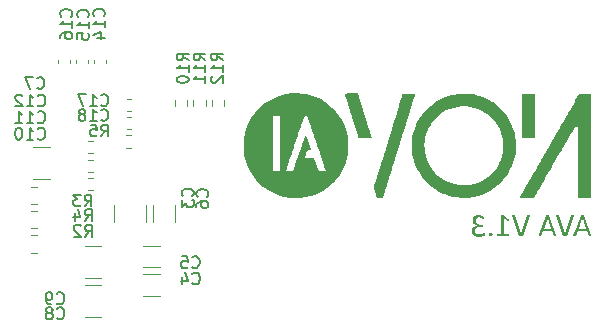
<source format=gbo>
G04 #@! TF.GenerationSoftware,KiCad,Pcbnew,9.0.0*
G04 #@! TF.CreationDate,2025-02-24T19:41:21+01:00*
G04 #@! TF.ProjectId,SourceFIle,536f7572-6365-4464-996c-652e6b696361,02*
G04 #@! TF.SameCoordinates,Original*
G04 #@! TF.FileFunction,Legend,Bot*
G04 #@! TF.FilePolarity,Positive*
%FSLAX46Y46*%
G04 Gerber Fmt 4.6, Leading zero omitted, Abs format (unit mm)*
G04 Created by KiCad (PCBNEW 9.0.0) date 2025-02-24 19:41:21*
%MOMM*%
%LPD*%
G01*
G04 APERTURE LIST*
%ADD10C,0.150000*%
%ADD11C,0.120000*%
%ADD12C,0.000000*%
G04 APERTURE END LIST*
D10*
G36*
X176658967Y-91150446D02*
G01*
X176702930Y-91158262D01*
X176728820Y-91173405D01*
X176743475Y-91198806D01*
X177339427Y-92837676D01*
X177351639Y-92886036D01*
X177341870Y-92913879D01*
X177305722Y-92926580D01*
X177240753Y-92930000D01*
X177178227Y-92927557D01*
X177141102Y-92918764D01*
X177121074Y-92903621D01*
X177110327Y-92882616D01*
X176964270Y-92461053D01*
X176225191Y-92461053D01*
X176072784Y-92887990D01*
X176061549Y-92908506D01*
X176042009Y-92921207D01*
X176003419Y-92928046D01*
X175935519Y-92930000D01*
X175867620Y-92927557D01*
X175831472Y-92915345D01*
X175820725Y-92887501D01*
X175832449Y-92839141D01*
X176038253Y-92273475D01*
X176287229Y-92273475D01*
X176905163Y-92273475D01*
X176598883Y-91398108D01*
X176597418Y-91398108D01*
X176287229Y-92273475D01*
X176038253Y-92273475D01*
X176428890Y-91199783D01*
X176444033Y-91173893D01*
X176471388Y-91158262D01*
X176517794Y-91150446D01*
X176590579Y-91148004D01*
X176658967Y-91150446D01*
G37*
G36*
X174946336Y-92880662D02*
G01*
X174961967Y-92905575D01*
X174988346Y-92920718D01*
X175032309Y-92928046D01*
X175098743Y-92930000D01*
X175151988Y-92929511D01*
X175191067Y-92926092D01*
X175219399Y-92919741D01*
X175238939Y-92910949D01*
X175252128Y-92898248D01*
X175260921Y-92879685D01*
X175842219Y-91239351D01*
X175853942Y-91190990D01*
X175842219Y-91163147D01*
X175802651Y-91150935D01*
X175728401Y-91148004D01*
X175667341Y-91149958D01*
X175632170Y-91157773D01*
X175613607Y-91171939D01*
X175601884Y-91194410D01*
X175091905Y-92680383D01*
X175090928Y-92680383D01*
X174594626Y-91197341D01*
X174585345Y-91172916D01*
X174565806Y-91157773D01*
X174527704Y-91149958D01*
X174461270Y-91148004D01*
X174394347Y-91151423D01*
X174360642Y-91164612D01*
X174353803Y-91192456D01*
X174366503Y-91240816D01*
X174946336Y-92880662D01*
G37*
G36*
X173704605Y-91150446D02*
G01*
X173748569Y-91158262D01*
X173774459Y-91173405D01*
X173789113Y-91198806D01*
X174385066Y-92837676D01*
X174397278Y-92886036D01*
X174387508Y-92913879D01*
X174351360Y-92926580D01*
X174286392Y-92930000D01*
X174223866Y-92927557D01*
X174186741Y-92918764D01*
X174166713Y-92903621D01*
X174155966Y-92882616D01*
X174009909Y-92461053D01*
X173270830Y-92461053D01*
X173118422Y-92887990D01*
X173107187Y-92908506D01*
X173087648Y-92921207D01*
X173049057Y-92928046D01*
X172981158Y-92930000D01*
X172913258Y-92927557D01*
X172877110Y-92915345D01*
X172866364Y-92887501D01*
X172878087Y-92839141D01*
X173083891Y-92273475D01*
X173332868Y-92273475D01*
X173950802Y-92273475D01*
X173644521Y-91398108D01*
X173643056Y-91398108D01*
X173332868Y-92273475D01*
X173083891Y-92273475D01*
X173474528Y-91199783D01*
X173489672Y-91173893D01*
X173517027Y-91158262D01*
X173563433Y-91150446D01*
X173636217Y-91148004D01*
X173704605Y-91150446D01*
G37*
G36*
X171237752Y-92880662D02*
G01*
X171253384Y-92905575D01*
X171279762Y-92920718D01*
X171323726Y-92928046D01*
X171390160Y-92930000D01*
X171443405Y-92929511D01*
X171482484Y-92926092D01*
X171510816Y-92919741D01*
X171530355Y-92910949D01*
X171543545Y-92898248D01*
X171552337Y-92879685D01*
X172133635Y-91239351D01*
X172145359Y-91190990D01*
X172133635Y-91163147D01*
X172094068Y-91150935D01*
X172019818Y-91148004D01*
X171958757Y-91149958D01*
X171923586Y-91157773D01*
X171905024Y-91171939D01*
X171893300Y-91194410D01*
X171383321Y-92680383D01*
X171382344Y-92680383D01*
X170886043Y-91197341D01*
X170876762Y-91172916D01*
X170857222Y-91157773D01*
X170819120Y-91149958D01*
X170752686Y-91148004D01*
X170685764Y-91151423D01*
X170652058Y-91164612D01*
X170645219Y-91192456D01*
X170657920Y-91240816D01*
X171237752Y-92880662D01*
G37*
G36*
X169330704Y-92833768D02*
G01*
X169335101Y-92879197D01*
X169345847Y-92908995D01*
X169361479Y-92925115D01*
X169380041Y-92930000D01*
X170308653Y-92930000D01*
X170326727Y-92925115D01*
X170342847Y-92908995D01*
X170354570Y-92879197D01*
X170358478Y-92833768D01*
X170354570Y-92789804D01*
X170343824Y-92759518D01*
X170328681Y-92740956D01*
X170308653Y-92734605D01*
X169937892Y-92734605D01*
X169937892Y-91398108D01*
X170281297Y-91616950D01*
X170323307Y-91634047D01*
X170348709Y-91627697D01*
X170361898Y-91597411D01*
X170365317Y-91543189D01*
X170363363Y-91501667D01*
X170357013Y-91473335D01*
X170345289Y-91453796D01*
X170325261Y-91436699D01*
X169915910Y-91165101D01*
X169902233Y-91158262D01*
X169881716Y-91152400D01*
X169852896Y-91148981D01*
X169811374Y-91148004D01*
X169756664Y-91150935D01*
X169722470Y-91158262D01*
X169705861Y-91170474D01*
X169701465Y-91186106D01*
X169701465Y-92734605D01*
X169380041Y-92734605D01*
X169359525Y-92740956D01*
X169343893Y-92759518D01*
X169334124Y-92789804D01*
X169330704Y-92833768D01*
G37*
G36*
X168682972Y-92771730D02*
G01*
X168696857Y-92869403D01*
X168715212Y-92898736D01*
X168812024Y-92929511D01*
X168832449Y-92930000D01*
X168930432Y-92911216D01*
X168946755Y-92899225D01*
X168977254Y-92803127D01*
X168978018Y-92775638D01*
X168964133Y-92678175D01*
X168945778Y-92649120D01*
X168848966Y-92617865D01*
X168828541Y-92617369D01*
X168730856Y-92636152D01*
X168714724Y-92648143D01*
X168683747Y-92744241D01*
X168682972Y-92771730D01*
G37*
G36*
X167224354Y-92426371D02*
G01*
X167232582Y-92528739D01*
X167259659Y-92628459D01*
X167267341Y-92647166D01*
X167315340Y-92733097D01*
X167379654Y-92806792D01*
X167389462Y-92815694D01*
X167472266Y-92874205D01*
X167564269Y-92916226D01*
X167585833Y-92923649D01*
X167685690Y-92948002D01*
X167786737Y-92959463D01*
X167849616Y-92961263D01*
X167951637Y-92955924D01*
X168016678Y-92946120D01*
X168115392Y-92923199D01*
X168154919Y-92910949D01*
X168247372Y-92872559D01*
X168255059Y-92868450D01*
X168304884Y-92836699D01*
X168321004Y-92817159D01*
X168330774Y-92792735D01*
X168336636Y-92758053D01*
X168338590Y-92707739D01*
X168329309Y-92637397D01*
X168301465Y-92617369D01*
X168253105Y-92640816D01*
X168166809Y-92688214D01*
X168159804Y-92691618D01*
X168067805Y-92728923D01*
X168026448Y-92742421D01*
X167929520Y-92761999D01*
X167856454Y-92765868D01*
X167756482Y-92757602D01*
X167697208Y-92742421D01*
X167606533Y-92696534D01*
X167581926Y-92676475D01*
X167521201Y-92597096D01*
X167511584Y-92575847D01*
X167489258Y-92477995D01*
X167488136Y-92448353D01*
X167502220Y-92351632D01*
X167517934Y-92312554D01*
X167577560Y-92231038D01*
X167604396Y-92208018D01*
X167690559Y-92159151D01*
X167744591Y-92140607D01*
X167845278Y-92121647D01*
X167933635Y-92117159D01*
X168102651Y-92117159D01*
X168123656Y-92112274D01*
X168141730Y-92096643D01*
X168153942Y-92067822D01*
X168158827Y-92020439D01*
X168154919Y-91977452D01*
X168143196Y-91949609D01*
X168126099Y-91934466D01*
X168103628Y-91929581D01*
X167948778Y-91929581D01*
X167847600Y-91921142D01*
X167786113Y-91905645D01*
X167697096Y-91862805D01*
X167663503Y-91836769D01*
X167601495Y-91759740D01*
X167586810Y-91729790D01*
X167562069Y-91632338D01*
X167559944Y-91590083D01*
X167574788Y-91492276D01*
X167578018Y-91482616D01*
X167629052Y-91396076D01*
X167631263Y-91393712D01*
X167712344Y-91338293D01*
X167722609Y-91334117D01*
X167820056Y-91313187D01*
X167851081Y-91312135D01*
X167950117Y-91322443D01*
X167997627Y-91336071D01*
X168089310Y-91373165D01*
X168116329Y-91386385D01*
X168202791Y-91437187D01*
X168250662Y-91460635D01*
X168268248Y-91457215D01*
X168280460Y-91443538D01*
X168287299Y-91415205D01*
X168289253Y-91366357D01*
X168287787Y-91330209D01*
X168282414Y-91303342D01*
X168273133Y-91281849D01*
X168254570Y-91259378D01*
X168201325Y-91221765D01*
X168113880Y-91177897D01*
X168103140Y-91173405D01*
X168009791Y-91143035D01*
X167968318Y-91133349D01*
X167868483Y-91119076D01*
X167804187Y-91116741D01*
X167701845Y-91122912D01*
X167605059Y-91143219D01*
X167587299Y-91148981D01*
X167496852Y-91190299D01*
X167431472Y-91239351D01*
X167368416Y-91317054D01*
X167338171Y-91379546D01*
X167312892Y-91476884D01*
X167306908Y-91560286D01*
X167315495Y-91662371D01*
X167328890Y-91719043D01*
X167368812Y-91811503D01*
X167393370Y-91848492D01*
X167464555Y-91921367D01*
X167497906Y-91945212D01*
X167587535Y-91986626D01*
X167641032Y-91999923D01*
X167641032Y-92002854D01*
X167542269Y-92021950D01*
X167472505Y-92048771D01*
X167385646Y-92101818D01*
X167341591Y-92140607D01*
X167279661Y-92220619D01*
X167255617Y-92269078D01*
X167228750Y-92364867D01*
X167224354Y-92426371D01*
G37*
X135832857Y-83049580D02*
X135880476Y-83097200D01*
X135880476Y-83097200D02*
X136023333Y-83144819D01*
X136023333Y-83144819D02*
X136118571Y-83144819D01*
X136118571Y-83144819D02*
X136261428Y-83097200D01*
X136261428Y-83097200D02*
X136356666Y-83001961D01*
X136356666Y-83001961D02*
X136404285Y-82906723D01*
X136404285Y-82906723D02*
X136451904Y-82716247D01*
X136451904Y-82716247D02*
X136451904Y-82573390D01*
X136451904Y-82573390D02*
X136404285Y-82382914D01*
X136404285Y-82382914D02*
X136356666Y-82287676D01*
X136356666Y-82287676D02*
X136261428Y-82192438D01*
X136261428Y-82192438D02*
X136118571Y-82144819D01*
X136118571Y-82144819D02*
X136023333Y-82144819D01*
X136023333Y-82144819D02*
X135880476Y-82192438D01*
X135880476Y-82192438D02*
X135832857Y-82240057D01*
X134880476Y-83144819D02*
X135451904Y-83144819D01*
X135166190Y-83144819D02*
X135166190Y-82144819D01*
X135166190Y-82144819D02*
X135261428Y-82287676D01*
X135261428Y-82287676D02*
X135356666Y-82382914D01*
X135356666Y-82382914D02*
X135451904Y-82430533D01*
X134309047Y-82573390D02*
X134404285Y-82525771D01*
X134404285Y-82525771D02*
X134451904Y-82478152D01*
X134451904Y-82478152D02*
X134499523Y-82382914D01*
X134499523Y-82382914D02*
X134499523Y-82335295D01*
X134499523Y-82335295D02*
X134451904Y-82240057D01*
X134451904Y-82240057D02*
X134404285Y-82192438D01*
X134404285Y-82192438D02*
X134309047Y-82144819D01*
X134309047Y-82144819D02*
X134118571Y-82144819D01*
X134118571Y-82144819D02*
X134023333Y-82192438D01*
X134023333Y-82192438D02*
X133975714Y-82240057D01*
X133975714Y-82240057D02*
X133928095Y-82335295D01*
X133928095Y-82335295D02*
X133928095Y-82382914D01*
X133928095Y-82382914D02*
X133975714Y-82478152D01*
X133975714Y-82478152D02*
X134023333Y-82525771D01*
X134023333Y-82525771D02*
X134118571Y-82573390D01*
X134118571Y-82573390D02*
X134309047Y-82573390D01*
X134309047Y-82573390D02*
X134404285Y-82621009D01*
X134404285Y-82621009D02*
X134451904Y-82668628D01*
X134451904Y-82668628D02*
X134499523Y-82763866D01*
X134499523Y-82763866D02*
X134499523Y-82954342D01*
X134499523Y-82954342D02*
X134451904Y-83049580D01*
X134451904Y-83049580D02*
X134404285Y-83097200D01*
X134404285Y-83097200D02*
X134309047Y-83144819D01*
X134309047Y-83144819D02*
X134118571Y-83144819D01*
X134118571Y-83144819D02*
X134023333Y-83097200D01*
X134023333Y-83097200D02*
X133975714Y-83049580D01*
X133975714Y-83049580D02*
X133928095Y-82954342D01*
X133928095Y-82954342D02*
X133928095Y-82763866D01*
X133928095Y-82763866D02*
X133975714Y-82668628D01*
X133975714Y-82668628D02*
X134023333Y-82621009D01*
X134023333Y-82621009D02*
X134118571Y-82573390D01*
X130482857Y-81829580D02*
X130530476Y-81877200D01*
X130530476Y-81877200D02*
X130673333Y-81924819D01*
X130673333Y-81924819D02*
X130768571Y-81924819D01*
X130768571Y-81924819D02*
X130911428Y-81877200D01*
X130911428Y-81877200D02*
X131006666Y-81781961D01*
X131006666Y-81781961D02*
X131054285Y-81686723D01*
X131054285Y-81686723D02*
X131101904Y-81496247D01*
X131101904Y-81496247D02*
X131101904Y-81353390D01*
X131101904Y-81353390D02*
X131054285Y-81162914D01*
X131054285Y-81162914D02*
X131006666Y-81067676D01*
X131006666Y-81067676D02*
X130911428Y-80972438D01*
X130911428Y-80972438D02*
X130768571Y-80924819D01*
X130768571Y-80924819D02*
X130673333Y-80924819D01*
X130673333Y-80924819D02*
X130530476Y-80972438D01*
X130530476Y-80972438D02*
X130482857Y-81020057D01*
X129530476Y-81924819D02*
X130101904Y-81924819D01*
X129816190Y-81924819D02*
X129816190Y-80924819D01*
X129816190Y-80924819D02*
X129911428Y-81067676D01*
X129911428Y-81067676D02*
X130006666Y-81162914D01*
X130006666Y-81162914D02*
X130101904Y-81210533D01*
X129149523Y-81020057D02*
X129101904Y-80972438D01*
X129101904Y-80972438D02*
X129006666Y-80924819D01*
X129006666Y-80924819D02*
X128768571Y-80924819D01*
X128768571Y-80924819D02*
X128673333Y-80972438D01*
X128673333Y-80972438D02*
X128625714Y-81020057D01*
X128625714Y-81020057D02*
X128578095Y-81115295D01*
X128578095Y-81115295D02*
X128578095Y-81210533D01*
X128578095Y-81210533D02*
X128625714Y-81353390D01*
X128625714Y-81353390D02*
X129197142Y-81924819D01*
X129197142Y-81924819D02*
X128578095Y-81924819D01*
X130426666Y-80359580D02*
X130474285Y-80407200D01*
X130474285Y-80407200D02*
X130617142Y-80454819D01*
X130617142Y-80454819D02*
X130712380Y-80454819D01*
X130712380Y-80454819D02*
X130855237Y-80407200D01*
X130855237Y-80407200D02*
X130950475Y-80311961D01*
X130950475Y-80311961D02*
X130998094Y-80216723D01*
X130998094Y-80216723D02*
X131045713Y-80026247D01*
X131045713Y-80026247D02*
X131045713Y-79883390D01*
X131045713Y-79883390D02*
X130998094Y-79692914D01*
X130998094Y-79692914D02*
X130950475Y-79597676D01*
X130950475Y-79597676D02*
X130855237Y-79502438D01*
X130855237Y-79502438D02*
X130712380Y-79454819D01*
X130712380Y-79454819D02*
X130617142Y-79454819D01*
X130617142Y-79454819D02*
X130474285Y-79502438D01*
X130474285Y-79502438D02*
X130426666Y-79550057D01*
X130093332Y-79454819D02*
X129426666Y-79454819D01*
X129426666Y-79454819D02*
X129855237Y-80454819D01*
X134707530Y-74372142D02*
X134755150Y-74324523D01*
X134755150Y-74324523D02*
X134802769Y-74181666D01*
X134802769Y-74181666D02*
X134802769Y-74086428D01*
X134802769Y-74086428D02*
X134755150Y-73943571D01*
X134755150Y-73943571D02*
X134659911Y-73848333D01*
X134659911Y-73848333D02*
X134564673Y-73800714D01*
X134564673Y-73800714D02*
X134374197Y-73753095D01*
X134374197Y-73753095D02*
X134231340Y-73753095D01*
X134231340Y-73753095D02*
X134040864Y-73800714D01*
X134040864Y-73800714D02*
X133945626Y-73848333D01*
X133945626Y-73848333D02*
X133850388Y-73943571D01*
X133850388Y-73943571D02*
X133802769Y-74086428D01*
X133802769Y-74086428D02*
X133802769Y-74181666D01*
X133802769Y-74181666D02*
X133850388Y-74324523D01*
X133850388Y-74324523D02*
X133898007Y-74372142D01*
X134802769Y-75324523D02*
X134802769Y-74753095D01*
X134802769Y-75038809D02*
X133802769Y-75038809D01*
X133802769Y-75038809D02*
X133945626Y-74943571D01*
X133945626Y-74943571D02*
X134040864Y-74848333D01*
X134040864Y-74848333D02*
X134088483Y-74753095D01*
X133802769Y-76229285D02*
X133802769Y-75753095D01*
X133802769Y-75753095D02*
X134278959Y-75705476D01*
X134278959Y-75705476D02*
X134231340Y-75753095D01*
X134231340Y-75753095D02*
X134183721Y-75848333D01*
X134183721Y-75848333D02*
X134183721Y-76086428D01*
X134183721Y-76086428D02*
X134231340Y-76181666D01*
X134231340Y-76181666D02*
X134278959Y-76229285D01*
X134278959Y-76229285D02*
X134374197Y-76276904D01*
X134374197Y-76276904D02*
X134612292Y-76276904D01*
X134612292Y-76276904D02*
X134707530Y-76229285D01*
X134707530Y-76229285D02*
X134755150Y-76181666D01*
X134755150Y-76181666D02*
X134802769Y-76086428D01*
X134802769Y-76086428D02*
X134802769Y-75848333D01*
X134802769Y-75848333D02*
X134755150Y-75753095D01*
X134755150Y-75753095D02*
X134707530Y-75705476D01*
X144819580Y-89573333D02*
X144867200Y-89525714D01*
X144867200Y-89525714D02*
X144914819Y-89382857D01*
X144914819Y-89382857D02*
X144914819Y-89287619D01*
X144914819Y-89287619D02*
X144867200Y-89144762D01*
X144867200Y-89144762D02*
X144771961Y-89049524D01*
X144771961Y-89049524D02*
X144676723Y-89001905D01*
X144676723Y-89001905D02*
X144486247Y-88954286D01*
X144486247Y-88954286D02*
X144343390Y-88954286D01*
X144343390Y-88954286D02*
X144152914Y-89001905D01*
X144152914Y-89001905D02*
X144057676Y-89049524D01*
X144057676Y-89049524D02*
X143962438Y-89144762D01*
X143962438Y-89144762D02*
X143914819Y-89287619D01*
X143914819Y-89287619D02*
X143914819Y-89382857D01*
X143914819Y-89382857D02*
X143962438Y-89525714D01*
X143962438Y-89525714D02*
X144010057Y-89573333D01*
X143914819Y-90430476D02*
X143914819Y-90240000D01*
X143914819Y-90240000D02*
X143962438Y-90144762D01*
X143962438Y-90144762D02*
X144010057Y-90097143D01*
X144010057Y-90097143D02*
X144152914Y-90001905D01*
X144152914Y-90001905D02*
X144343390Y-89954286D01*
X144343390Y-89954286D02*
X144724342Y-89954286D01*
X144724342Y-89954286D02*
X144819580Y-90001905D01*
X144819580Y-90001905D02*
X144867200Y-90049524D01*
X144867200Y-90049524D02*
X144914819Y-90144762D01*
X144914819Y-90144762D02*
X144914819Y-90335238D01*
X144914819Y-90335238D02*
X144867200Y-90430476D01*
X144867200Y-90430476D02*
X144819580Y-90478095D01*
X144819580Y-90478095D02*
X144724342Y-90525714D01*
X144724342Y-90525714D02*
X144486247Y-90525714D01*
X144486247Y-90525714D02*
X144391009Y-90478095D01*
X144391009Y-90478095D02*
X144343390Y-90430476D01*
X144343390Y-90430476D02*
X144295771Y-90335238D01*
X144295771Y-90335238D02*
X144295771Y-90144762D01*
X144295771Y-90144762D02*
X144343390Y-90049524D01*
X144343390Y-90049524D02*
X144391009Y-90001905D01*
X144391009Y-90001905D02*
X144486247Y-89954286D01*
X132096666Y-98589580D02*
X132144285Y-98637200D01*
X132144285Y-98637200D02*
X132287142Y-98684819D01*
X132287142Y-98684819D02*
X132382380Y-98684819D01*
X132382380Y-98684819D02*
X132525237Y-98637200D01*
X132525237Y-98637200D02*
X132620475Y-98541961D01*
X132620475Y-98541961D02*
X132668094Y-98446723D01*
X132668094Y-98446723D02*
X132715713Y-98256247D01*
X132715713Y-98256247D02*
X132715713Y-98113390D01*
X132715713Y-98113390D02*
X132668094Y-97922914D01*
X132668094Y-97922914D02*
X132620475Y-97827676D01*
X132620475Y-97827676D02*
X132525237Y-97732438D01*
X132525237Y-97732438D02*
X132382380Y-97684819D01*
X132382380Y-97684819D02*
X132287142Y-97684819D01*
X132287142Y-97684819D02*
X132144285Y-97732438D01*
X132144285Y-97732438D02*
X132096666Y-97780057D01*
X131620475Y-98684819D02*
X131429999Y-98684819D01*
X131429999Y-98684819D02*
X131334761Y-98637200D01*
X131334761Y-98637200D02*
X131287142Y-98589580D01*
X131287142Y-98589580D02*
X131191904Y-98446723D01*
X131191904Y-98446723D02*
X131144285Y-98256247D01*
X131144285Y-98256247D02*
X131144285Y-97875295D01*
X131144285Y-97875295D02*
X131191904Y-97780057D01*
X131191904Y-97780057D02*
X131239523Y-97732438D01*
X131239523Y-97732438D02*
X131334761Y-97684819D01*
X131334761Y-97684819D02*
X131525237Y-97684819D01*
X131525237Y-97684819D02*
X131620475Y-97732438D01*
X131620475Y-97732438D02*
X131668094Y-97780057D01*
X131668094Y-97780057D02*
X131715713Y-97875295D01*
X131715713Y-97875295D02*
X131715713Y-98113390D01*
X131715713Y-98113390D02*
X131668094Y-98208628D01*
X131668094Y-98208628D02*
X131620475Y-98256247D01*
X131620475Y-98256247D02*
X131525237Y-98303866D01*
X131525237Y-98303866D02*
X131334761Y-98303866D01*
X131334761Y-98303866D02*
X131239523Y-98256247D01*
X131239523Y-98256247D02*
X131191904Y-98208628D01*
X131191904Y-98208628D02*
X131144285Y-98113390D01*
X130482857Y-83249580D02*
X130530476Y-83297200D01*
X130530476Y-83297200D02*
X130673333Y-83344819D01*
X130673333Y-83344819D02*
X130768571Y-83344819D01*
X130768571Y-83344819D02*
X130911428Y-83297200D01*
X130911428Y-83297200D02*
X131006666Y-83201961D01*
X131006666Y-83201961D02*
X131054285Y-83106723D01*
X131054285Y-83106723D02*
X131101904Y-82916247D01*
X131101904Y-82916247D02*
X131101904Y-82773390D01*
X131101904Y-82773390D02*
X131054285Y-82582914D01*
X131054285Y-82582914D02*
X131006666Y-82487676D01*
X131006666Y-82487676D02*
X130911428Y-82392438D01*
X130911428Y-82392438D02*
X130768571Y-82344819D01*
X130768571Y-82344819D02*
X130673333Y-82344819D01*
X130673333Y-82344819D02*
X130530476Y-82392438D01*
X130530476Y-82392438D02*
X130482857Y-82440057D01*
X129530476Y-83344819D02*
X130101904Y-83344819D01*
X129816190Y-83344819D02*
X129816190Y-82344819D01*
X129816190Y-82344819D02*
X129911428Y-82487676D01*
X129911428Y-82487676D02*
X130006666Y-82582914D01*
X130006666Y-82582914D02*
X130101904Y-82630533D01*
X128578095Y-83344819D02*
X129149523Y-83344819D01*
X128863809Y-83344819D02*
X128863809Y-82344819D01*
X128863809Y-82344819D02*
X128959047Y-82487676D01*
X128959047Y-82487676D02*
X129054285Y-82582914D01*
X129054285Y-82582914D02*
X129149523Y-82630533D01*
X130482857Y-84639580D02*
X130530476Y-84687200D01*
X130530476Y-84687200D02*
X130673333Y-84734819D01*
X130673333Y-84734819D02*
X130768571Y-84734819D01*
X130768571Y-84734819D02*
X130911428Y-84687200D01*
X130911428Y-84687200D02*
X131006666Y-84591961D01*
X131006666Y-84591961D02*
X131054285Y-84496723D01*
X131054285Y-84496723D02*
X131101904Y-84306247D01*
X131101904Y-84306247D02*
X131101904Y-84163390D01*
X131101904Y-84163390D02*
X131054285Y-83972914D01*
X131054285Y-83972914D02*
X131006666Y-83877676D01*
X131006666Y-83877676D02*
X130911428Y-83782438D01*
X130911428Y-83782438D02*
X130768571Y-83734819D01*
X130768571Y-83734819D02*
X130673333Y-83734819D01*
X130673333Y-83734819D02*
X130530476Y-83782438D01*
X130530476Y-83782438D02*
X130482857Y-83830057D01*
X129530476Y-84734819D02*
X130101904Y-84734819D01*
X129816190Y-84734819D02*
X129816190Y-83734819D01*
X129816190Y-83734819D02*
X129911428Y-83877676D01*
X129911428Y-83877676D02*
X130006666Y-83972914D01*
X130006666Y-83972914D02*
X130101904Y-84020533D01*
X128911428Y-83734819D02*
X128816190Y-83734819D01*
X128816190Y-83734819D02*
X128720952Y-83782438D01*
X128720952Y-83782438D02*
X128673333Y-83830057D01*
X128673333Y-83830057D02*
X128625714Y-83925295D01*
X128625714Y-83925295D02*
X128578095Y-84115771D01*
X128578095Y-84115771D02*
X128578095Y-84353866D01*
X128578095Y-84353866D02*
X128625714Y-84544342D01*
X128625714Y-84544342D02*
X128673333Y-84639580D01*
X128673333Y-84639580D02*
X128720952Y-84687200D01*
X128720952Y-84687200D02*
X128816190Y-84734819D01*
X128816190Y-84734819D02*
X128911428Y-84734819D01*
X128911428Y-84734819D02*
X129006666Y-84687200D01*
X129006666Y-84687200D02*
X129054285Y-84639580D01*
X129054285Y-84639580D02*
X129101904Y-84544342D01*
X129101904Y-84544342D02*
X129149523Y-84353866D01*
X129149523Y-84353866D02*
X129149523Y-84115771D01*
X129149523Y-84115771D02*
X129101904Y-83925295D01*
X129101904Y-83925295D02*
X129054285Y-83830057D01*
X129054285Y-83830057D02*
X129006666Y-83782438D01*
X129006666Y-83782438D02*
X128911428Y-83734819D01*
X135832857Y-81809580D02*
X135880476Y-81857200D01*
X135880476Y-81857200D02*
X136023333Y-81904819D01*
X136023333Y-81904819D02*
X136118571Y-81904819D01*
X136118571Y-81904819D02*
X136261428Y-81857200D01*
X136261428Y-81857200D02*
X136356666Y-81761961D01*
X136356666Y-81761961D02*
X136404285Y-81666723D01*
X136404285Y-81666723D02*
X136451904Y-81476247D01*
X136451904Y-81476247D02*
X136451904Y-81333390D01*
X136451904Y-81333390D02*
X136404285Y-81142914D01*
X136404285Y-81142914D02*
X136356666Y-81047676D01*
X136356666Y-81047676D02*
X136261428Y-80952438D01*
X136261428Y-80952438D02*
X136118571Y-80904819D01*
X136118571Y-80904819D02*
X136023333Y-80904819D01*
X136023333Y-80904819D02*
X135880476Y-80952438D01*
X135880476Y-80952438D02*
X135832857Y-81000057D01*
X134880476Y-81904819D02*
X135451904Y-81904819D01*
X135166190Y-81904819D02*
X135166190Y-80904819D01*
X135166190Y-80904819D02*
X135261428Y-81047676D01*
X135261428Y-81047676D02*
X135356666Y-81142914D01*
X135356666Y-81142914D02*
X135451904Y-81190533D01*
X134547142Y-80904819D02*
X133880476Y-80904819D01*
X133880476Y-80904819D02*
X134309047Y-81904819D01*
X143576666Y-96909580D02*
X143624285Y-96957200D01*
X143624285Y-96957200D02*
X143767142Y-97004819D01*
X143767142Y-97004819D02*
X143862380Y-97004819D01*
X143862380Y-97004819D02*
X144005237Y-96957200D01*
X144005237Y-96957200D02*
X144100475Y-96861961D01*
X144100475Y-96861961D02*
X144148094Y-96766723D01*
X144148094Y-96766723D02*
X144195713Y-96576247D01*
X144195713Y-96576247D02*
X144195713Y-96433390D01*
X144195713Y-96433390D02*
X144148094Y-96242914D01*
X144148094Y-96242914D02*
X144100475Y-96147676D01*
X144100475Y-96147676D02*
X144005237Y-96052438D01*
X144005237Y-96052438D02*
X143862380Y-96004819D01*
X143862380Y-96004819D02*
X143767142Y-96004819D01*
X143767142Y-96004819D02*
X143624285Y-96052438D01*
X143624285Y-96052438D02*
X143576666Y-96100057D01*
X142719523Y-96338152D02*
X142719523Y-97004819D01*
X142957618Y-95957200D02*
X143195713Y-96671485D01*
X143195713Y-96671485D02*
X142576666Y-96671485D01*
X135856666Y-84474819D02*
X136189999Y-83998628D01*
X136428094Y-84474819D02*
X136428094Y-83474819D01*
X136428094Y-83474819D02*
X136047142Y-83474819D01*
X136047142Y-83474819D02*
X135951904Y-83522438D01*
X135951904Y-83522438D02*
X135904285Y-83570057D01*
X135904285Y-83570057D02*
X135856666Y-83665295D01*
X135856666Y-83665295D02*
X135856666Y-83808152D01*
X135856666Y-83808152D02*
X135904285Y-83903390D01*
X135904285Y-83903390D02*
X135951904Y-83951009D01*
X135951904Y-83951009D02*
X136047142Y-83998628D01*
X136047142Y-83998628D02*
X136428094Y-83998628D01*
X134951904Y-83474819D02*
X135428094Y-83474819D01*
X135428094Y-83474819D02*
X135475713Y-83951009D01*
X135475713Y-83951009D02*
X135428094Y-83903390D01*
X135428094Y-83903390D02*
X135332856Y-83855771D01*
X135332856Y-83855771D02*
X135094761Y-83855771D01*
X135094761Y-83855771D02*
X134999523Y-83903390D01*
X134999523Y-83903390D02*
X134951904Y-83951009D01*
X134951904Y-83951009D02*
X134904285Y-84046247D01*
X134904285Y-84046247D02*
X134904285Y-84284342D01*
X134904285Y-84284342D02*
X134951904Y-84379580D01*
X134951904Y-84379580D02*
X134999523Y-84427200D01*
X134999523Y-84427200D02*
X135094761Y-84474819D01*
X135094761Y-84474819D02*
X135332856Y-84474819D01*
X135332856Y-84474819D02*
X135428094Y-84427200D01*
X135428094Y-84427200D02*
X135475713Y-84379580D01*
X134446666Y-90394819D02*
X134779999Y-89918628D01*
X135018094Y-90394819D02*
X135018094Y-89394819D01*
X135018094Y-89394819D02*
X134637142Y-89394819D01*
X134637142Y-89394819D02*
X134541904Y-89442438D01*
X134541904Y-89442438D02*
X134494285Y-89490057D01*
X134494285Y-89490057D02*
X134446666Y-89585295D01*
X134446666Y-89585295D02*
X134446666Y-89728152D01*
X134446666Y-89728152D02*
X134494285Y-89823390D01*
X134494285Y-89823390D02*
X134541904Y-89871009D01*
X134541904Y-89871009D02*
X134637142Y-89918628D01*
X134637142Y-89918628D02*
X135018094Y-89918628D01*
X134113332Y-89394819D02*
X133494285Y-89394819D01*
X133494285Y-89394819D02*
X133827618Y-89775771D01*
X133827618Y-89775771D02*
X133684761Y-89775771D01*
X133684761Y-89775771D02*
X133589523Y-89823390D01*
X133589523Y-89823390D02*
X133541904Y-89871009D01*
X133541904Y-89871009D02*
X133494285Y-89966247D01*
X133494285Y-89966247D02*
X133494285Y-90204342D01*
X133494285Y-90204342D02*
X133541904Y-90299580D01*
X133541904Y-90299580D02*
X133589523Y-90347200D01*
X133589523Y-90347200D02*
X133684761Y-90394819D01*
X133684761Y-90394819D02*
X133970475Y-90394819D01*
X133970475Y-90394819D02*
X134065713Y-90347200D01*
X134065713Y-90347200D02*
X134113332Y-90299580D01*
X133287530Y-74322142D02*
X133335150Y-74274523D01*
X133335150Y-74274523D02*
X133382769Y-74131666D01*
X133382769Y-74131666D02*
X133382769Y-74036428D01*
X133382769Y-74036428D02*
X133335150Y-73893571D01*
X133335150Y-73893571D02*
X133239911Y-73798333D01*
X133239911Y-73798333D02*
X133144673Y-73750714D01*
X133144673Y-73750714D02*
X132954197Y-73703095D01*
X132954197Y-73703095D02*
X132811340Y-73703095D01*
X132811340Y-73703095D02*
X132620864Y-73750714D01*
X132620864Y-73750714D02*
X132525626Y-73798333D01*
X132525626Y-73798333D02*
X132430388Y-73893571D01*
X132430388Y-73893571D02*
X132382769Y-74036428D01*
X132382769Y-74036428D02*
X132382769Y-74131666D01*
X132382769Y-74131666D02*
X132430388Y-74274523D01*
X132430388Y-74274523D02*
X132478007Y-74322142D01*
X133382769Y-75274523D02*
X133382769Y-74703095D01*
X133382769Y-74988809D02*
X132382769Y-74988809D01*
X132382769Y-74988809D02*
X132525626Y-74893571D01*
X132525626Y-74893571D02*
X132620864Y-74798333D01*
X132620864Y-74798333D02*
X132668483Y-74703095D01*
X132382769Y-76131666D02*
X132382769Y-75941190D01*
X132382769Y-75941190D02*
X132430388Y-75845952D01*
X132430388Y-75845952D02*
X132478007Y-75798333D01*
X132478007Y-75798333D02*
X132620864Y-75703095D01*
X132620864Y-75703095D02*
X132811340Y-75655476D01*
X132811340Y-75655476D02*
X133192292Y-75655476D01*
X133192292Y-75655476D02*
X133287530Y-75703095D01*
X133287530Y-75703095D02*
X133335150Y-75750714D01*
X133335150Y-75750714D02*
X133382769Y-75845952D01*
X133382769Y-75845952D02*
X133382769Y-76036428D01*
X133382769Y-76036428D02*
X133335150Y-76131666D01*
X133335150Y-76131666D02*
X133287530Y-76179285D01*
X133287530Y-76179285D02*
X133192292Y-76226904D01*
X133192292Y-76226904D02*
X132954197Y-76226904D01*
X132954197Y-76226904D02*
X132858959Y-76179285D01*
X132858959Y-76179285D02*
X132811340Y-76131666D01*
X132811340Y-76131666D02*
X132763721Y-76036428D01*
X132763721Y-76036428D02*
X132763721Y-75845952D01*
X132763721Y-75845952D02*
X132811340Y-75750714D01*
X132811340Y-75750714D02*
X132858959Y-75703095D01*
X132858959Y-75703095D02*
X132954197Y-75655476D01*
X143569580Y-89503333D02*
X143617200Y-89455714D01*
X143617200Y-89455714D02*
X143664819Y-89312857D01*
X143664819Y-89312857D02*
X143664819Y-89217619D01*
X143664819Y-89217619D02*
X143617200Y-89074762D01*
X143617200Y-89074762D02*
X143521961Y-88979524D01*
X143521961Y-88979524D02*
X143426723Y-88931905D01*
X143426723Y-88931905D02*
X143236247Y-88884286D01*
X143236247Y-88884286D02*
X143093390Y-88884286D01*
X143093390Y-88884286D02*
X142902914Y-88931905D01*
X142902914Y-88931905D02*
X142807676Y-88979524D01*
X142807676Y-88979524D02*
X142712438Y-89074762D01*
X142712438Y-89074762D02*
X142664819Y-89217619D01*
X142664819Y-89217619D02*
X142664819Y-89312857D01*
X142664819Y-89312857D02*
X142712438Y-89455714D01*
X142712438Y-89455714D02*
X142760057Y-89503333D01*
X142664819Y-89836667D02*
X142664819Y-90455714D01*
X142664819Y-90455714D02*
X143045771Y-90122381D01*
X143045771Y-90122381D02*
X143045771Y-90265238D01*
X143045771Y-90265238D02*
X143093390Y-90360476D01*
X143093390Y-90360476D02*
X143141009Y-90408095D01*
X143141009Y-90408095D02*
X143236247Y-90455714D01*
X143236247Y-90455714D02*
X143474342Y-90455714D01*
X143474342Y-90455714D02*
X143569580Y-90408095D01*
X143569580Y-90408095D02*
X143617200Y-90360476D01*
X143617200Y-90360476D02*
X143664819Y-90265238D01*
X143664819Y-90265238D02*
X143664819Y-89979524D01*
X143664819Y-89979524D02*
X143617200Y-89884286D01*
X143617200Y-89884286D02*
X143569580Y-89836667D01*
X143244819Y-78042142D02*
X142768628Y-77708809D01*
X143244819Y-77470714D02*
X142244819Y-77470714D01*
X142244819Y-77470714D02*
X142244819Y-77851666D01*
X142244819Y-77851666D02*
X142292438Y-77946904D01*
X142292438Y-77946904D02*
X142340057Y-77994523D01*
X142340057Y-77994523D02*
X142435295Y-78042142D01*
X142435295Y-78042142D02*
X142578152Y-78042142D01*
X142578152Y-78042142D02*
X142673390Y-77994523D01*
X142673390Y-77994523D02*
X142721009Y-77946904D01*
X142721009Y-77946904D02*
X142768628Y-77851666D01*
X142768628Y-77851666D02*
X142768628Y-77470714D01*
X143244819Y-78994523D02*
X143244819Y-78423095D01*
X143244819Y-78708809D02*
X142244819Y-78708809D01*
X142244819Y-78708809D02*
X142387676Y-78613571D01*
X142387676Y-78613571D02*
X142482914Y-78518333D01*
X142482914Y-78518333D02*
X142530533Y-78423095D01*
X142244819Y-79613571D02*
X142244819Y-79708809D01*
X142244819Y-79708809D02*
X142292438Y-79804047D01*
X142292438Y-79804047D02*
X142340057Y-79851666D01*
X142340057Y-79851666D02*
X142435295Y-79899285D01*
X142435295Y-79899285D02*
X142625771Y-79946904D01*
X142625771Y-79946904D02*
X142863866Y-79946904D01*
X142863866Y-79946904D02*
X143054342Y-79899285D01*
X143054342Y-79899285D02*
X143149580Y-79851666D01*
X143149580Y-79851666D02*
X143197200Y-79804047D01*
X143197200Y-79804047D02*
X143244819Y-79708809D01*
X143244819Y-79708809D02*
X143244819Y-79613571D01*
X143244819Y-79613571D02*
X143197200Y-79518333D01*
X143197200Y-79518333D02*
X143149580Y-79470714D01*
X143149580Y-79470714D02*
X143054342Y-79423095D01*
X143054342Y-79423095D02*
X142863866Y-79375476D01*
X142863866Y-79375476D02*
X142625771Y-79375476D01*
X142625771Y-79375476D02*
X142435295Y-79423095D01*
X142435295Y-79423095D02*
X142340057Y-79470714D01*
X142340057Y-79470714D02*
X142292438Y-79518333D01*
X142292438Y-79518333D02*
X142244819Y-79613571D01*
X146164819Y-78022142D02*
X145688628Y-77688809D01*
X146164819Y-77450714D02*
X145164819Y-77450714D01*
X145164819Y-77450714D02*
X145164819Y-77831666D01*
X145164819Y-77831666D02*
X145212438Y-77926904D01*
X145212438Y-77926904D02*
X145260057Y-77974523D01*
X145260057Y-77974523D02*
X145355295Y-78022142D01*
X145355295Y-78022142D02*
X145498152Y-78022142D01*
X145498152Y-78022142D02*
X145593390Y-77974523D01*
X145593390Y-77974523D02*
X145641009Y-77926904D01*
X145641009Y-77926904D02*
X145688628Y-77831666D01*
X145688628Y-77831666D02*
X145688628Y-77450714D01*
X146164819Y-78974523D02*
X146164819Y-78403095D01*
X146164819Y-78688809D02*
X145164819Y-78688809D01*
X145164819Y-78688809D02*
X145307676Y-78593571D01*
X145307676Y-78593571D02*
X145402914Y-78498333D01*
X145402914Y-78498333D02*
X145450533Y-78403095D01*
X145260057Y-79355476D02*
X145212438Y-79403095D01*
X145212438Y-79403095D02*
X145164819Y-79498333D01*
X145164819Y-79498333D02*
X145164819Y-79736428D01*
X145164819Y-79736428D02*
X145212438Y-79831666D01*
X145212438Y-79831666D02*
X145260057Y-79879285D01*
X145260057Y-79879285D02*
X145355295Y-79926904D01*
X145355295Y-79926904D02*
X145450533Y-79926904D01*
X145450533Y-79926904D02*
X145593390Y-79879285D01*
X145593390Y-79879285D02*
X146164819Y-79307857D01*
X146164819Y-79307857D02*
X146164819Y-79926904D01*
X143556666Y-95529580D02*
X143604285Y-95577200D01*
X143604285Y-95577200D02*
X143747142Y-95624819D01*
X143747142Y-95624819D02*
X143842380Y-95624819D01*
X143842380Y-95624819D02*
X143985237Y-95577200D01*
X143985237Y-95577200D02*
X144080475Y-95481961D01*
X144080475Y-95481961D02*
X144128094Y-95386723D01*
X144128094Y-95386723D02*
X144175713Y-95196247D01*
X144175713Y-95196247D02*
X144175713Y-95053390D01*
X144175713Y-95053390D02*
X144128094Y-94862914D01*
X144128094Y-94862914D02*
X144080475Y-94767676D01*
X144080475Y-94767676D02*
X143985237Y-94672438D01*
X143985237Y-94672438D02*
X143842380Y-94624819D01*
X143842380Y-94624819D02*
X143747142Y-94624819D01*
X143747142Y-94624819D02*
X143604285Y-94672438D01*
X143604285Y-94672438D02*
X143556666Y-94720057D01*
X142651904Y-94624819D02*
X143128094Y-94624819D01*
X143128094Y-94624819D02*
X143175713Y-95101009D01*
X143175713Y-95101009D02*
X143128094Y-95053390D01*
X143128094Y-95053390D02*
X143032856Y-95005771D01*
X143032856Y-95005771D02*
X142794761Y-95005771D01*
X142794761Y-95005771D02*
X142699523Y-95053390D01*
X142699523Y-95053390D02*
X142651904Y-95101009D01*
X142651904Y-95101009D02*
X142604285Y-95196247D01*
X142604285Y-95196247D02*
X142604285Y-95434342D01*
X142604285Y-95434342D02*
X142651904Y-95529580D01*
X142651904Y-95529580D02*
X142699523Y-95577200D01*
X142699523Y-95577200D02*
X142794761Y-95624819D01*
X142794761Y-95624819D02*
X143032856Y-95624819D01*
X143032856Y-95624819D02*
X143128094Y-95577200D01*
X143128094Y-95577200D02*
X143175713Y-95529580D01*
X132116666Y-99859580D02*
X132164285Y-99907200D01*
X132164285Y-99907200D02*
X132307142Y-99954819D01*
X132307142Y-99954819D02*
X132402380Y-99954819D01*
X132402380Y-99954819D02*
X132545237Y-99907200D01*
X132545237Y-99907200D02*
X132640475Y-99811961D01*
X132640475Y-99811961D02*
X132688094Y-99716723D01*
X132688094Y-99716723D02*
X132735713Y-99526247D01*
X132735713Y-99526247D02*
X132735713Y-99383390D01*
X132735713Y-99383390D02*
X132688094Y-99192914D01*
X132688094Y-99192914D02*
X132640475Y-99097676D01*
X132640475Y-99097676D02*
X132545237Y-99002438D01*
X132545237Y-99002438D02*
X132402380Y-98954819D01*
X132402380Y-98954819D02*
X132307142Y-98954819D01*
X132307142Y-98954819D02*
X132164285Y-99002438D01*
X132164285Y-99002438D02*
X132116666Y-99050057D01*
X131545237Y-99383390D02*
X131640475Y-99335771D01*
X131640475Y-99335771D02*
X131688094Y-99288152D01*
X131688094Y-99288152D02*
X131735713Y-99192914D01*
X131735713Y-99192914D02*
X131735713Y-99145295D01*
X131735713Y-99145295D02*
X131688094Y-99050057D01*
X131688094Y-99050057D02*
X131640475Y-99002438D01*
X131640475Y-99002438D02*
X131545237Y-98954819D01*
X131545237Y-98954819D02*
X131354761Y-98954819D01*
X131354761Y-98954819D02*
X131259523Y-99002438D01*
X131259523Y-99002438D02*
X131211904Y-99050057D01*
X131211904Y-99050057D02*
X131164285Y-99145295D01*
X131164285Y-99145295D02*
X131164285Y-99192914D01*
X131164285Y-99192914D02*
X131211904Y-99288152D01*
X131211904Y-99288152D02*
X131259523Y-99335771D01*
X131259523Y-99335771D02*
X131354761Y-99383390D01*
X131354761Y-99383390D02*
X131545237Y-99383390D01*
X131545237Y-99383390D02*
X131640475Y-99431009D01*
X131640475Y-99431009D02*
X131688094Y-99478628D01*
X131688094Y-99478628D02*
X131735713Y-99573866D01*
X131735713Y-99573866D02*
X131735713Y-99764342D01*
X131735713Y-99764342D02*
X131688094Y-99859580D01*
X131688094Y-99859580D02*
X131640475Y-99907200D01*
X131640475Y-99907200D02*
X131545237Y-99954819D01*
X131545237Y-99954819D02*
X131354761Y-99954819D01*
X131354761Y-99954819D02*
X131259523Y-99907200D01*
X131259523Y-99907200D02*
X131211904Y-99859580D01*
X131211904Y-99859580D02*
X131164285Y-99764342D01*
X131164285Y-99764342D02*
X131164285Y-99573866D01*
X131164285Y-99573866D02*
X131211904Y-99478628D01*
X131211904Y-99478628D02*
X131259523Y-99431009D01*
X131259523Y-99431009D02*
X131354761Y-99383390D01*
X134486666Y-92964819D02*
X134819999Y-92488628D01*
X135058094Y-92964819D02*
X135058094Y-91964819D01*
X135058094Y-91964819D02*
X134677142Y-91964819D01*
X134677142Y-91964819D02*
X134581904Y-92012438D01*
X134581904Y-92012438D02*
X134534285Y-92060057D01*
X134534285Y-92060057D02*
X134486666Y-92155295D01*
X134486666Y-92155295D02*
X134486666Y-92298152D01*
X134486666Y-92298152D02*
X134534285Y-92393390D01*
X134534285Y-92393390D02*
X134581904Y-92441009D01*
X134581904Y-92441009D02*
X134677142Y-92488628D01*
X134677142Y-92488628D02*
X135058094Y-92488628D01*
X134105713Y-92060057D02*
X134058094Y-92012438D01*
X134058094Y-92012438D02*
X133962856Y-91964819D01*
X133962856Y-91964819D02*
X133724761Y-91964819D01*
X133724761Y-91964819D02*
X133629523Y-92012438D01*
X133629523Y-92012438D02*
X133581904Y-92060057D01*
X133581904Y-92060057D02*
X133534285Y-92155295D01*
X133534285Y-92155295D02*
X133534285Y-92250533D01*
X133534285Y-92250533D02*
X133581904Y-92393390D01*
X133581904Y-92393390D02*
X134153332Y-92964819D01*
X134153332Y-92964819D02*
X133534285Y-92964819D01*
X144664819Y-78032142D02*
X144188628Y-77698809D01*
X144664819Y-77460714D02*
X143664819Y-77460714D01*
X143664819Y-77460714D02*
X143664819Y-77841666D01*
X143664819Y-77841666D02*
X143712438Y-77936904D01*
X143712438Y-77936904D02*
X143760057Y-77984523D01*
X143760057Y-77984523D02*
X143855295Y-78032142D01*
X143855295Y-78032142D02*
X143998152Y-78032142D01*
X143998152Y-78032142D02*
X144093390Y-77984523D01*
X144093390Y-77984523D02*
X144141009Y-77936904D01*
X144141009Y-77936904D02*
X144188628Y-77841666D01*
X144188628Y-77841666D02*
X144188628Y-77460714D01*
X144664819Y-78984523D02*
X144664819Y-78413095D01*
X144664819Y-78698809D02*
X143664819Y-78698809D01*
X143664819Y-78698809D02*
X143807676Y-78603571D01*
X143807676Y-78603571D02*
X143902914Y-78508333D01*
X143902914Y-78508333D02*
X143950533Y-78413095D01*
X144664819Y-79936904D02*
X144664819Y-79365476D01*
X144664819Y-79651190D02*
X143664819Y-79651190D01*
X143664819Y-79651190D02*
X143807676Y-79555952D01*
X143807676Y-79555952D02*
X143902914Y-79460714D01*
X143902914Y-79460714D02*
X143950533Y-79365476D01*
X134466666Y-91634819D02*
X134799999Y-91158628D01*
X135038094Y-91634819D02*
X135038094Y-90634819D01*
X135038094Y-90634819D02*
X134657142Y-90634819D01*
X134657142Y-90634819D02*
X134561904Y-90682438D01*
X134561904Y-90682438D02*
X134514285Y-90730057D01*
X134514285Y-90730057D02*
X134466666Y-90825295D01*
X134466666Y-90825295D02*
X134466666Y-90968152D01*
X134466666Y-90968152D02*
X134514285Y-91063390D01*
X134514285Y-91063390D02*
X134561904Y-91111009D01*
X134561904Y-91111009D02*
X134657142Y-91158628D01*
X134657142Y-91158628D02*
X135038094Y-91158628D01*
X133609523Y-90968152D02*
X133609523Y-91634819D01*
X133847618Y-90587200D02*
X134085713Y-91301485D01*
X134085713Y-91301485D02*
X133466666Y-91301485D01*
X136077530Y-74292142D02*
X136125150Y-74244523D01*
X136125150Y-74244523D02*
X136172769Y-74101666D01*
X136172769Y-74101666D02*
X136172769Y-74006428D01*
X136172769Y-74006428D02*
X136125150Y-73863571D01*
X136125150Y-73863571D02*
X136029911Y-73768333D01*
X136029911Y-73768333D02*
X135934673Y-73720714D01*
X135934673Y-73720714D02*
X135744197Y-73673095D01*
X135744197Y-73673095D02*
X135601340Y-73673095D01*
X135601340Y-73673095D02*
X135410864Y-73720714D01*
X135410864Y-73720714D02*
X135315626Y-73768333D01*
X135315626Y-73768333D02*
X135220388Y-73863571D01*
X135220388Y-73863571D02*
X135172769Y-74006428D01*
X135172769Y-74006428D02*
X135172769Y-74101666D01*
X135172769Y-74101666D02*
X135220388Y-74244523D01*
X135220388Y-74244523D02*
X135268007Y-74292142D01*
X136172769Y-75244523D02*
X136172769Y-74673095D01*
X136172769Y-74958809D02*
X135172769Y-74958809D01*
X135172769Y-74958809D02*
X135315626Y-74863571D01*
X135315626Y-74863571D02*
X135410864Y-74768333D01*
X135410864Y-74768333D02*
X135458483Y-74673095D01*
X135506102Y-76101666D02*
X136172769Y-76101666D01*
X135125150Y-75863571D02*
X135839435Y-75625476D01*
X135839435Y-75625476D02*
X135839435Y-76244523D01*
D11*
X138049420Y-82850000D02*
X138330580Y-82850000D01*
X138049420Y-83870000D02*
X138330580Y-83870000D01*
X129898748Y-88745000D02*
X130421252Y-88745000D01*
X129898748Y-90215000D02*
X130421252Y-90215000D01*
X130078748Y-85370000D02*
X131501252Y-85370000D01*
X130078748Y-88090000D02*
X131501252Y-88090000D01*
X133720000Y-77989420D02*
X133720000Y-78270580D01*
X134740000Y-77989420D02*
X134740000Y-78270580D01*
X140260000Y-90268748D02*
X140260000Y-91691252D01*
X142080000Y-90268748D02*
X142080000Y-91691252D01*
X135871252Y-93750000D02*
X134448748Y-93750000D01*
X135871252Y-96470000D02*
X134448748Y-96470000D01*
X129908748Y-90795000D02*
X130431252Y-90795000D01*
X129908748Y-92265000D02*
X130431252Y-92265000D01*
X129908748Y-92835000D02*
X130431252Y-92835000D01*
X129908748Y-94305000D02*
X130431252Y-94305000D01*
X138049420Y-81290000D02*
X138330580Y-81290000D01*
X138049420Y-82310000D02*
X138330580Y-82310000D01*
X139428748Y-96140000D02*
X140851252Y-96140000D01*
X139428748Y-97960000D02*
X140851252Y-97960000D01*
D12*
G36*
X172574153Y-82729692D02*
G01*
X172574153Y-84605616D01*
X172039515Y-84605616D01*
X171504877Y-84605616D01*
X171504877Y-82729692D01*
X171504877Y-80853769D01*
X172039515Y-80853769D01*
X172574153Y-80853769D01*
X172574153Y-82729692D01*
G37*
G36*
X157669548Y-81111709D02*
G01*
X157684992Y-81160482D01*
X157715480Y-81256452D01*
X157741921Y-81339276D01*
X157761904Y-81401409D01*
X157773016Y-81435305D01*
X157784937Y-81471871D01*
X157804461Y-81533888D01*
X157826098Y-81604138D01*
X157864252Y-81728973D01*
X157907558Y-81869778D01*
X157952137Y-82013958D01*
X157996237Y-82155904D01*
X158038109Y-82290010D01*
X158076001Y-82410669D01*
X158108161Y-82512275D01*
X158132840Y-82589219D01*
X158148287Y-82635896D01*
X158148397Y-82636216D01*
X158160141Y-82672494D01*
X158179895Y-82735746D01*
X158204930Y-82817156D01*
X158232515Y-82907905D01*
X158232967Y-82909401D01*
X158260555Y-83000073D01*
X158285585Y-83081261D01*
X158305317Y-83144147D01*
X158317012Y-83179914D01*
X158325161Y-83204534D01*
X158343291Y-83261945D01*
X158366864Y-83338283D01*
X158392843Y-83423784D01*
X158408835Y-83476445D01*
X158440381Y-83578584D01*
X158470928Y-83675601D01*
X158495647Y-83752071D01*
X158508154Y-83790470D01*
X158536573Y-83880142D01*
X158568102Y-83981919D01*
X158597929Y-84080357D01*
X158616227Y-84141086D01*
X158643023Y-84228365D01*
X158666383Y-84302619D01*
X158682725Y-84352366D01*
X158691867Y-84379574D01*
X158715004Y-84452408D01*
X158737005Y-84525889D01*
X158765336Y-84624375D01*
X158206183Y-84624375D01*
X157647029Y-84624375D01*
X157605619Y-84488370D01*
X157604009Y-84483087D01*
X157581481Y-84410032D01*
X157561428Y-84346411D01*
X157548020Y-84305468D01*
X157547910Y-84305148D01*
X157536168Y-84268870D01*
X157516416Y-84205618D01*
X157491382Y-84124209D01*
X157463797Y-84033459D01*
X157463345Y-84031963D01*
X157435757Y-83941291D01*
X157410727Y-83860103D01*
X157390996Y-83797217D01*
X157379301Y-83761450D01*
X157371185Y-83736869D01*
X157353139Y-83679460D01*
X157329695Y-83603106D01*
X157303875Y-83517580D01*
X157285544Y-83456816D01*
X157258765Y-83369551D01*
X157235471Y-83295310D01*
X157219234Y-83245571D01*
X157209205Y-83215125D01*
X157187889Y-83147512D01*
X157161996Y-83063161D01*
X157135081Y-82973562D01*
X157115997Y-82909707D01*
X157091812Y-82830013D01*
X157072192Y-82766747D01*
X157060143Y-82729692D01*
X157060032Y-82729376D01*
X157048186Y-82693101D01*
X157028346Y-82629848D01*
X157003254Y-82548436D01*
X156975647Y-82457684D01*
X156975189Y-82456170D01*
X156947630Y-82365503D01*
X156922674Y-82284321D01*
X156903051Y-82221439D01*
X156891488Y-82185675D01*
X156891206Y-82184853D01*
X156874751Y-82134505D01*
X156848669Y-82051645D01*
X156814001Y-81939640D01*
X156771791Y-81801856D01*
X156723079Y-81641657D01*
X156704486Y-81580741D01*
X156677454Y-81493535D01*
X156653992Y-81419351D01*
X156637698Y-81369648D01*
X156628569Y-81341824D01*
X156608445Y-81277855D01*
X156582817Y-81194663D01*
X156554692Y-81102158D01*
X156527077Y-81010247D01*
X156502979Y-80928837D01*
X156485405Y-80867839D01*
X156484450Y-80860249D01*
X156489228Y-80852417D01*
X156504322Y-80846391D01*
X156533616Y-80841936D01*
X156580997Y-80838817D01*
X156650352Y-80836799D01*
X156745566Y-80835649D01*
X156870526Y-80835131D01*
X157029118Y-80835010D01*
X157582033Y-80835010D01*
X157669548Y-81111709D01*
G37*
G36*
X170960926Y-85230130D02*
G01*
X170960320Y-85408304D01*
X170955417Y-85576277D01*
X170946145Y-85725034D01*
X170932431Y-85845561D01*
X170928735Y-85869274D01*
X170872224Y-86181075D01*
X170804057Y-86465592D01*
X170721216Y-86731481D01*
X170620686Y-86987395D01*
X170499451Y-87241989D01*
X170354494Y-87503917D01*
X170263028Y-87651350D01*
X170131905Y-87842045D01*
X169989833Y-88029418D01*
X169843107Y-88205623D01*
X169698022Y-88362809D01*
X169560877Y-88493131D01*
X169426592Y-88606965D01*
X169099269Y-88857193D01*
X168767570Y-89071638D01*
X168428723Y-89251528D01*
X168079953Y-89398089D01*
X167718489Y-89512548D01*
X167341557Y-89596133D01*
X166946384Y-89650071D01*
X166727524Y-89664877D01*
X166363013Y-89662891D01*
X165992288Y-89629744D01*
X165622672Y-89566504D01*
X165261487Y-89474240D01*
X164916054Y-89354019D01*
X164809608Y-89309740D01*
X164465303Y-89141705D01*
X164135229Y-88942669D01*
X163822468Y-88715455D01*
X163530099Y-88462886D01*
X163261204Y-88187785D01*
X163018863Y-87892975D01*
X162806156Y-87581280D01*
X162626164Y-87255521D01*
X162601368Y-87204386D01*
X162454812Y-86874022D01*
X162338618Y-86554878D01*
X162251128Y-86240071D01*
X162190686Y-85922714D01*
X162155635Y-85595922D01*
X162144320Y-85252809D01*
X162146069Y-85191398D01*
X163216941Y-85191398D01*
X163223056Y-85502389D01*
X163255406Y-85803911D01*
X163314296Y-86087595D01*
X163393331Y-86344215D01*
X163527764Y-86671254D01*
X163694546Y-86980720D01*
X163892305Y-87270659D01*
X164119673Y-87539118D01*
X164375280Y-87784144D01*
X164657757Y-88003783D01*
X164697939Y-88031495D01*
X164750934Y-88066488D01*
X164807215Y-88101288D01*
X164874251Y-88140331D01*
X164959509Y-88188051D01*
X165070461Y-88248885D01*
X165171210Y-88298969D01*
X165336488Y-88367344D01*
X165520996Y-88431038D01*
X165714090Y-88486771D01*
X165905125Y-88531259D01*
X166083459Y-88561222D01*
X166257341Y-88578828D01*
X166518711Y-88590090D01*
X166778791Y-88584733D01*
X167021421Y-88562729D01*
X167096058Y-88551901D01*
X167428246Y-88481051D01*
X167749888Y-88375754D01*
X168058563Y-88237893D01*
X168351847Y-88069348D01*
X168627320Y-87872001D01*
X168882559Y-87647731D01*
X169115142Y-87398421D01*
X169322647Y-87125951D01*
X169502653Y-86832203D01*
X169652737Y-86519057D01*
X169680309Y-86450466D01*
X169782744Y-86136189D01*
X169853009Y-85807983D01*
X169890737Y-85470832D01*
X169895560Y-85129719D01*
X169867110Y-84789627D01*
X169805020Y-84455542D01*
X169801783Y-84442214D01*
X169715318Y-84158054D01*
X169596776Y-83872420D01*
X169450305Y-83592506D01*
X169280053Y-83325508D01*
X169090166Y-83078620D01*
X168884792Y-82859038D01*
X168648085Y-82652385D01*
X168371495Y-82454290D01*
X168076955Y-82283788D01*
X167769300Y-82143354D01*
X167453362Y-82035464D01*
X167133976Y-81962591D01*
X167060742Y-81950891D01*
X166709123Y-81916865D01*
X166361363Y-81919224D01*
X166019588Y-81957047D01*
X165685924Y-82029413D01*
X165362496Y-82135402D01*
X165051430Y-82274092D01*
X164754850Y-82444564D01*
X164474884Y-82645896D01*
X164213655Y-82877168D01*
X163973289Y-83137459D01*
X163755912Y-83425848D01*
X163731205Y-83464014D01*
X163672002Y-83565574D01*
X163606947Y-83687881D01*
X163540828Y-83821123D01*
X163478432Y-83955485D01*
X163424545Y-84081154D01*
X163383956Y-84188318D01*
X163352926Y-84285303D01*
X163282183Y-84574485D01*
X163236752Y-84879307D01*
X163216941Y-85191398D01*
X162146069Y-85191398D01*
X162152220Y-84975426D01*
X162191699Y-84589825D01*
X162265241Y-84215200D01*
X162373839Y-83846847D01*
X162518485Y-83480062D01*
X162622257Y-83260550D01*
X162790561Y-82957633D01*
X162980982Y-82674364D01*
X163198627Y-82403372D01*
X163448603Y-82137284D01*
X163489136Y-82097413D01*
X163756053Y-81855194D01*
X164028985Y-81644115D01*
X164315335Y-81459328D01*
X164622507Y-81295986D01*
X164957905Y-81149242D01*
X165170637Y-81069670D01*
X165434760Y-80987242D01*
X165695484Y-80926202D01*
X165962326Y-80884786D01*
X166244806Y-80861229D01*
X166552440Y-80853769D01*
X166573516Y-80853791D01*
X166799255Y-80857569D01*
X167000914Y-80868916D01*
X167190153Y-80889399D01*
X167378630Y-80920584D01*
X167578002Y-80964036D01*
X167799929Y-81021322D01*
X167890289Y-81049052D01*
X168002175Y-81088300D01*
X168116643Y-81132374D01*
X168217791Y-81175413D01*
X168219448Y-81176166D01*
X168279444Y-81202787D01*
X168324825Y-81221736D01*
X168345882Y-81228954D01*
X168368430Y-81236180D01*
X168417847Y-81258122D01*
X168486170Y-81291164D01*
X168566150Y-81331631D01*
X168650539Y-81375852D01*
X168732088Y-81420153D01*
X168803548Y-81460860D01*
X169000170Y-81583717D01*
X169322214Y-81818350D01*
X169620059Y-82079496D01*
X169890099Y-82364161D01*
X169928071Y-82408704D01*
X170178933Y-82734582D01*
X170395583Y-83075829D01*
X170578139Y-83432703D01*
X170726722Y-83805463D01*
X170841450Y-84194369D01*
X170922444Y-84599680D01*
X170937684Y-84724552D01*
X170949536Y-84879239D01*
X170957307Y-85050770D01*
X170958900Y-85129719D01*
X170960926Y-85230130D01*
G37*
G36*
X177320239Y-85262189D02*
G01*
X177320239Y-89670608D01*
X176785601Y-89670608D01*
X176250963Y-89670608D01*
X176250963Y-86705416D01*
X176250894Y-86333280D01*
X176250636Y-85931089D01*
X176250180Y-85565001D01*
X176249522Y-85234252D01*
X176248657Y-84938077D01*
X176247580Y-84675714D01*
X176246285Y-84446398D01*
X176244767Y-84249366D01*
X176243021Y-84083853D01*
X176241043Y-83949096D01*
X176238826Y-83844332D01*
X176236365Y-83768795D01*
X176233656Y-83721723D01*
X176230694Y-83702351D01*
X176229435Y-83700145D01*
X176196719Y-83666839D01*
X176148819Y-83638737D01*
X176116658Y-83628076D01*
X176036203Y-83625889D01*
X175963403Y-83658661D01*
X175903528Y-83724548D01*
X175889274Y-83747524D01*
X175866148Y-83787099D01*
X175857019Y-83806425D01*
X175854783Y-83812039D01*
X175837947Y-83843689D01*
X175808210Y-83896084D01*
X175769877Y-83961562D01*
X175756584Y-83984020D01*
X175711065Y-84061489D01*
X175669564Y-84132878D01*
X175639691Y-84185122D01*
X175639237Y-84185929D01*
X175617898Y-84223368D01*
X175580768Y-84287994D01*
X175530775Y-84374734D01*
X175470845Y-84478512D01*
X175403907Y-84594255D01*
X175332889Y-84716888D01*
X175322786Y-84734328D01*
X175255235Y-84851264D01*
X175194608Y-84956769D01*
X175143296Y-85046644D01*
X175103686Y-85116689D01*
X175078168Y-85162704D01*
X175069131Y-85180491D01*
X175062054Y-85195491D01*
X175039513Y-85234115D01*
X175006874Y-85286539D01*
X174981596Y-85327079D01*
X174932030Y-85410038D01*
X174888087Y-85487299D01*
X174887099Y-85489097D01*
X174865590Y-85527371D01*
X174827790Y-85593840D01*
X174775978Y-85684539D01*
X174712434Y-85795502D01*
X174639439Y-85922766D01*
X174559271Y-86062365D01*
X174474212Y-86210336D01*
X174386541Y-86362713D01*
X174298538Y-86515532D01*
X174212483Y-86664828D01*
X174130656Y-86806637D01*
X174055338Y-86936993D01*
X173988807Y-87051933D01*
X173933344Y-87147492D01*
X173928450Y-87155913D01*
X173890518Y-87221403D01*
X173837929Y-87312449D01*
X173774105Y-87423114D01*
X173702469Y-87547460D01*
X173626445Y-87679549D01*
X173549454Y-87813444D01*
X173536057Y-87836750D01*
X173458932Y-87970772D01*
X173383311Y-88101948D01*
X173312627Y-88224338D01*
X173250312Y-88332002D01*
X173199800Y-88419002D01*
X173164524Y-88479397D01*
X173140575Y-88520327D01*
X173090237Y-88607303D01*
X173043721Y-88688791D01*
X173008693Y-88751406D01*
X172994693Y-88776546D01*
X172959132Y-88839325D01*
X172910272Y-88924818D01*
X172851537Y-89027057D01*
X172786348Y-89140075D01*
X172718130Y-89257905D01*
X172484174Y-89661229D01*
X171872591Y-89666175D01*
X171777958Y-89666806D01*
X171638326Y-89667213D01*
X171514220Y-89666940D01*
X171410036Y-89666033D01*
X171330174Y-89664536D01*
X171279032Y-89662494D01*
X171261007Y-89659952D01*
X171261017Y-89659743D01*
X171270366Y-89638254D01*
X171293898Y-89594163D01*
X171326664Y-89536755D01*
X171328138Y-89534239D01*
X171360529Y-89477990D01*
X171383557Y-89436255D01*
X171392322Y-89417904D01*
X171394576Y-89412560D01*
X171411419Y-89381436D01*
X171441132Y-89329438D01*
X171479423Y-89264145D01*
X171505485Y-89219917D01*
X171554530Y-89136002D01*
X171613300Y-89034899D01*
X171676577Y-88925591D01*
X171739141Y-88817063D01*
X171831004Y-88657369D01*
X171950159Y-88450323D01*
X172073980Y-88235259D01*
X172197795Y-88020287D01*
X172316932Y-87813516D01*
X172426722Y-87623057D01*
X172522492Y-87457019D01*
X172566489Y-87380736D01*
X172622839Y-87282934D01*
X172673078Y-87195630D01*
X172712988Y-87126153D01*
X172738352Y-87081834D01*
X172750781Y-87060122D01*
X172783871Y-87002622D01*
X172830417Y-86921945D01*
X172887127Y-86823792D01*
X172950709Y-86713865D01*
X173017868Y-86597864D01*
X173060801Y-86523705D01*
X173125618Y-86411594D01*
X173184534Y-86309512D01*
X173234319Y-86223065D01*
X173271741Y-86157860D01*
X173293569Y-86119503D01*
X173300880Y-86106573D01*
X173335570Y-86046260D01*
X173379508Y-85970901D01*
X173424973Y-85893763D01*
X173444692Y-85860351D01*
X173479289Y-85800804D01*
X173503193Y-85758363D01*
X173512115Y-85740569D01*
X173514509Y-85735757D01*
X173532457Y-85703554D01*
X173566325Y-85644047D01*
X173614159Y-85560631D01*
X173674003Y-85456706D01*
X173743905Y-85335666D01*
X173821908Y-85200911D01*
X173906059Y-85055837D01*
X173949472Y-84981031D01*
X174030742Y-84840777D01*
X174104872Y-84712567D01*
X174169907Y-84599801D01*
X174223892Y-84505874D01*
X174264873Y-84434184D01*
X174290894Y-84388129D01*
X174300003Y-84371105D01*
X174302259Y-84365880D01*
X174319088Y-84334975D01*
X174348769Y-84283136D01*
X174387014Y-84217912D01*
X174413236Y-84173324D01*
X174459289Y-84094428D01*
X174517431Y-83994404D01*
X174584033Y-83879508D01*
X174655462Y-83756000D01*
X174728089Y-83630136D01*
X174729681Y-83627373D01*
X174808117Y-83491280D01*
X174899766Y-83332275D01*
X174999221Y-83159733D01*
X175101079Y-82983031D01*
X175199934Y-82811547D01*
X175290381Y-82654655D01*
X175334314Y-82578442D01*
X175408016Y-82450537D01*
X175475747Y-82332937D01*
X175534953Y-82230080D01*
X175583077Y-82146405D01*
X175617567Y-82086352D01*
X175635865Y-82054360D01*
X175648462Y-82032351D01*
X175679465Y-81978477D01*
X175724876Y-81899724D01*
X175782235Y-81800358D01*
X175849077Y-81684644D01*
X175922940Y-81556848D01*
X176001362Y-81421236D01*
X176329603Y-80853769D01*
X176824921Y-80853769D01*
X177320239Y-80853769D01*
X177320239Y-85262189D01*
G37*
G36*
X161903262Y-80858166D02*
G01*
X162438549Y-80863149D01*
X162405558Y-80966325D01*
X162399533Y-80985243D01*
X162378356Y-81052233D01*
X162350191Y-81141765D01*
X162317990Y-81244448D01*
X162284703Y-81350889D01*
X162276581Y-81376897D01*
X162238944Y-81497333D01*
X162200043Y-81621704D01*
X162164024Y-81736759D01*
X162135033Y-81829249D01*
X162118288Y-81882669D01*
X162086422Y-81984568D01*
X162056256Y-82081293D01*
X162032569Y-82157536D01*
X162018341Y-82203397D01*
X161990224Y-82293738D01*
X161958370Y-82395845D01*
X161927305Y-82495202D01*
X161904455Y-82568276D01*
X161878712Y-82650817D01*
X161858055Y-82717291D01*
X161845555Y-82757831D01*
X161835863Y-82789148D01*
X161816251Y-82851761D01*
X161790927Y-82932148D01*
X161762987Y-83020460D01*
X161746292Y-83073398D01*
X161708967Y-83193147D01*
X161670985Y-83316495D01*
X161638416Y-83423784D01*
X161620028Y-83484597D01*
X161593237Y-83571843D01*
X161569984Y-83646066D01*
X161553835Y-83695793D01*
X161538696Y-83741733D01*
X161514988Y-83816132D01*
X161491231Y-83892765D01*
X161467264Y-83970862D01*
X161433576Y-84079839D01*
X161392501Y-84212171D01*
X161345993Y-84361581D01*
X161296007Y-84521789D01*
X161244498Y-84686517D01*
X161193420Y-84849486D01*
X161183529Y-84881032D01*
X161149839Y-84988857D01*
X161117731Y-85092142D01*
X161090436Y-85180471D01*
X161071185Y-85243429D01*
X161051908Y-85306384D01*
X161031940Y-85369985D01*
X161018097Y-85412263D01*
X161017975Y-85412616D01*
X161006159Y-85448926D01*
X160986254Y-85512176D01*
X160961010Y-85593559D01*
X160933176Y-85684271D01*
X160909977Y-85759905D01*
X160872203Y-85881954D01*
X160834314Y-86003307D01*
X160801792Y-86106354D01*
X160784764Y-86160021D01*
X160752668Y-86261842D01*
X160722441Y-86358472D01*
X160698869Y-86434641D01*
X160686812Y-86473809D01*
X160659033Y-86563353D01*
X160627360Y-86664824D01*
X160596559Y-86762927D01*
X160583674Y-86803958D01*
X160546832Y-86922314D01*
X160508395Y-87046957D01*
X160474855Y-87156871D01*
X160456287Y-87217772D01*
X160429279Y-87304985D01*
X160405833Y-87379174D01*
X160389544Y-87428880D01*
X160379458Y-87459410D01*
X160358009Y-87527018D01*
X160331904Y-87611335D01*
X160304721Y-87700889D01*
X160292260Y-87742166D01*
X160256063Y-87860465D01*
X160217418Y-87985010D01*
X160182816Y-88094833D01*
X160165768Y-88148547D01*
X160133742Y-88250353D01*
X160103661Y-88346964D01*
X160080294Y-88423119D01*
X160057875Y-88496028D01*
X160033846Y-88572150D01*
X160015094Y-88629471D01*
X160005036Y-88660069D01*
X159983576Y-88727673D01*
X159957378Y-88811963D01*
X159930024Y-88901480D01*
X159917123Y-88943843D01*
X159880605Y-89062049D01*
X159841601Y-89186454D01*
X159806614Y-89296249D01*
X159784636Y-89365087D01*
X159762985Y-89434544D01*
X159748268Y-89483751D01*
X159742839Y-89504999D01*
X159742324Y-89508306D01*
X159732603Y-89537901D01*
X159714448Y-89583901D01*
X159686057Y-89651849D01*
X159443162Y-89651849D01*
X159200267Y-89651849D01*
X159178883Y-89572122D01*
X159176072Y-89561763D01*
X159154729Y-89487423D01*
X159133101Y-89417359D01*
X159118835Y-89372379D01*
X159096323Y-89299951D01*
X159069117Y-89211507D01*
X159040357Y-89117211D01*
X159039702Y-89115051D01*
X159011932Y-89024883D01*
X158986555Y-88944722D01*
X158966351Y-88883214D01*
X158954102Y-88849009D01*
X158943619Y-88817697D01*
X158938355Y-88776476D01*
X158942174Y-88725584D01*
X158956104Y-88658658D01*
X158981176Y-88569337D01*
X159018416Y-88451258D01*
X159038263Y-88389933D01*
X159077559Y-88267925D01*
X159121632Y-88130539D01*
X159166417Y-87990452D01*
X159207850Y-87860342D01*
X159236042Y-87771800D01*
X159276443Y-87645526D01*
X159315625Y-87523683D01*
X159350227Y-87416720D01*
X159376886Y-87335084D01*
X159380116Y-87325258D01*
X159406579Y-87244040D01*
X159441051Y-87137352D01*
X159480667Y-87014103D01*
X159522564Y-86883199D01*
X159563877Y-86753548D01*
X159578406Y-86707863D01*
X159615030Y-86592956D01*
X159647939Y-86490045D01*
X159675227Y-86405072D01*
X159694988Y-86343978D01*
X159705315Y-86312706D01*
X159710522Y-86296818D01*
X159726584Y-86245479D01*
X159749788Y-86169841D01*
X159777885Y-86077248D01*
X159808631Y-85975040D01*
X159822373Y-85929237D01*
X159856595Y-85815754D01*
X159889721Y-85706628D01*
X159918547Y-85612390D01*
X159939868Y-85543577D01*
X159952096Y-85504330D01*
X159980872Y-85410763D01*
X160012762Y-85305900D01*
X160042837Y-85205911D01*
X160057874Y-85155651D01*
X160093329Y-85037603D01*
X160130801Y-84913317D01*
X160164325Y-84802588D01*
X160180137Y-84750454D01*
X160216417Y-84630502D01*
X160253712Y-84506839D01*
X160286048Y-84399264D01*
X160304391Y-84338447D01*
X160331050Y-84251202D01*
X160354119Y-84176981D01*
X160370055Y-84127255D01*
X160386843Y-84074723D01*
X160409987Y-83999220D01*
X160433233Y-83920904D01*
X160448580Y-83868672D01*
X160475705Y-83777457D01*
X160506565Y-83674568D01*
X160537016Y-83573858D01*
X160556421Y-83509922D01*
X160593093Y-83388820D01*
X160630093Y-83266356D01*
X160661791Y-83161155D01*
X160677220Y-83110015D01*
X160709011Y-83005475D01*
X160739969Y-82904582D01*
X160765150Y-82823489D01*
X160790374Y-82741885D01*
X160822240Y-82636553D01*
X160850169Y-82542100D01*
X160852839Y-82532924D01*
X160874663Y-82458944D01*
X160893943Y-82395161D01*
X160906775Y-82354508D01*
X160908331Y-82349808D01*
X160923820Y-82300869D01*
X160949315Y-82218096D01*
X160984259Y-82103325D01*
X161028096Y-81958391D01*
X161080267Y-81785130D01*
X161140215Y-81585379D01*
X161158498Y-81524488D01*
X161187892Y-81427057D01*
X161213256Y-81343557D01*
X161232355Y-81281330D01*
X161242957Y-81247713D01*
X161245995Y-81238166D01*
X161260299Y-81189346D01*
X161279683Y-81119830D01*
X161300853Y-81041362D01*
X161309194Y-81010518D01*
X161329006Y-80941887D01*
X161345432Y-80891150D01*
X161355562Y-80867545D01*
X161356872Y-80866825D01*
X161384741Y-80863418D01*
X161444352Y-80860686D01*
X161530856Y-80858712D01*
X161639408Y-80857578D01*
X161765159Y-80857369D01*
X161903262Y-80858166D01*
G37*
G36*
X156228027Y-87394339D02*
G01*
X156190847Y-87461709D01*
X156132151Y-87562240D01*
X156040975Y-87704971D01*
X155939345Y-87852724D01*
X155835869Y-87993073D01*
X155739158Y-88113592D01*
X155738205Y-88114712D01*
X155658058Y-88203436D01*
X155556400Y-88307836D01*
X155440982Y-88420635D01*
X155319556Y-88534559D01*
X155199875Y-88642333D01*
X155089690Y-88736682D01*
X154996753Y-88810331D01*
X154968323Y-88831345D01*
X154629052Y-89058204D01*
X154276880Y-89250256D01*
X153910723Y-89407915D01*
X153529497Y-89531594D01*
X153132120Y-89621706D01*
X152717506Y-89678662D01*
X152702759Y-89679801D01*
X152636965Y-89682170D01*
X152545219Y-89683012D01*
X152434575Y-89682494D01*
X152312083Y-89680785D01*
X152184796Y-89678053D01*
X152059767Y-89674467D01*
X151944047Y-89670195D01*
X151844689Y-89665404D01*
X151768745Y-89660264D01*
X151723267Y-89654942D01*
X151666501Y-89644309D01*
X151581834Y-89628941D01*
X151498156Y-89614171D01*
X151339165Y-89582884D01*
X150992655Y-89489935D01*
X150646925Y-89364551D01*
X150308384Y-89209522D01*
X149983443Y-89027642D01*
X149678511Y-88821700D01*
X149628824Y-88783832D01*
X149552125Y-88722724D01*
X149468144Y-88653540D01*
X149382090Y-88580803D01*
X149299171Y-88509035D01*
X149224598Y-88442759D01*
X149163578Y-88386497D01*
X149121322Y-88344771D01*
X149103038Y-88322103D01*
X149098580Y-88315140D01*
X149073717Y-88283941D01*
X149032568Y-88235626D01*
X148981107Y-88177288D01*
X148786227Y-87939879D01*
X148597288Y-87668997D01*
X148426706Y-87381420D01*
X148281143Y-87087522D01*
X148246648Y-87006907D01*
X148199745Y-86889217D01*
X148152435Y-86762937D01*
X148107748Y-86636684D01*
X148068715Y-86519077D01*
X148038367Y-86418734D01*
X148019735Y-86344271D01*
X148019664Y-86343918D01*
X148007841Y-86285079D01*
X147992026Y-86206508D01*
X147975621Y-86125113D01*
X147960629Y-86047954D01*
X147936183Y-85901602D01*
X147918772Y-85759253D01*
X147907497Y-85610564D01*
X147901460Y-85445197D01*
X147899760Y-85252809D01*
X147900465Y-85147850D01*
X147907297Y-84925681D01*
X147922414Y-84725132D01*
X147947080Y-84535485D01*
X147982556Y-84346019D01*
X148030105Y-84146014D01*
X148125596Y-83822216D01*
X148267815Y-83450790D01*
X148440263Y-83100283D01*
X148644236Y-82768390D01*
X148645121Y-82767211D01*
X150400593Y-82767211D01*
X150405357Y-85069907D01*
X150410121Y-87372602D01*
X150683212Y-87377773D01*
X150724526Y-87378404D01*
X150817464Y-87378639D01*
X150893905Y-87377182D01*
X150946848Y-87374224D01*
X150956404Y-87372407D01*
X151504214Y-87372407D01*
X151510830Y-87374165D01*
X151548652Y-87377257D01*
X151613797Y-87379736D01*
X151699534Y-87381384D01*
X151799134Y-87381982D01*
X151850617Y-87381827D01*
X151959449Y-87379896D01*
X152035621Y-87375548D01*
X152082599Y-87368516D01*
X152103846Y-87358533D01*
X152106169Y-87354943D01*
X152122061Y-87319040D01*
X152149151Y-87248115D01*
X152187242Y-87142728D01*
X152236137Y-87003439D01*
X152295639Y-86830805D01*
X152365551Y-86625387D01*
X152445677Y-86387743D01*
X152461002Y-86342287D01*
X152491885Y-86251136D01*
X152531481Y-86134622D01*
X152577759Y-85998708D01*
X152628687Y-85849357D01*
X152682235Y-85692533D01*
X152736373Y-85534198D01*
X152773202Y-85426514D01*
X152827726Y-85266930D01*
X152880553Y-85112136D01*
X152929589Y-84968273D01*
X152972742Y-84841482D01*
X153007920Y-84737902D01*
X153033030Y-84663674D01*
X153047729Y-84620938D01*
X153089876Y-84511334D01*
X153127398Y-84438186D01*
X153161917Y-84401153D01*
X153195058Y-84399898D01*
X153228447Y-84434079D01*
X153263705Y-84503359D01*
X153302459Y-84607397D01*
X153309888Y-84629340D01*
X153337541Y-84710914D01*
X153373538Y-84816987D01*
X153415131Y-84939471D01*
X153459574Y-85070278D01*
X153504121Y-85201317D01*
X153528992Y-85274734D01*
X153566641Y-85387023D01*
X153598865Y-85484556D01*
X153623974Y-85562149D01*
X153640278Y-85614621D01*
X153646088Y-85636790D01*
X153639021Y-85641940D01*
X153602151Y-85649740D01*
X153540858Y-85656150D01*
X153463186Y-85660143D01*
X153280283Y-85665512D01*
X153191704Y-85975040D01*
X153168074Y-86057714D01*
X153142093Y-86148888D01*
X153121396Y-86221834D01*
X153107669Y-86270605D01*
X153102598Y-86289257D01*
X153103073Y-86289502D01*
X153126351Y-86290930D01*
X153180581Y-86292192D01*
X153260120Y-86293215D01*
X153359328Y-86293920D01*
X153472565Y-86294234D01*
X153488129Y-86294258D01*
X153601830Y-86295185D01*
X153702354Y-86297272D01*
X153783615Y-86300300D01*
X153839528Y-86304050D01*
X153864009Y-86308303D01*
X153864363Y-86308584D01*
X153876254Y-86331316D01*
X153897990Y-86384686D01*
X153927828Y-86463958D01*
X153964026Y-86564395D01*
X154004843Y-86681263D01*
X154048534Y-86809825D01*
X154049447Y-86812548D01*
X154093589Y-86942754D01*
X154135160Y-87062826D01*
X154172326Y-87167664D01*
X154203253Y-87252169D01*
X154226109Y-87311238D01*
X154239059Y-87339774D01*
X154247256Y-87351587D01*
X154260958Y-87364031D01*
X154282677Y-87372514D01*
X154318314Y-87377793D01*
X154373768Y-87380625D01*
X154454940Y-87381769D01*
X154567730Y-87381982D01*
X154679161Y-87381605D01*
X154760688Y-87380126D01*
X154814459Y-87377062D01*
X154845404Y-87371933D01*
X154858454Y-87364255D01*
X154858541Y-87353546D01*
X154854680Y-87342747D01*
X154839655Y-87299164D01*
X154815577Y-87228527D01*
X154784271Y-87136208D01*
X154747561Y-87027579D01*
X154707270Y-86908015D01*
X154700811Y-86888828D01*
X154651801Y-86743548D01*
X154599485Y-86588939D01*
X154547672Y-86436226D01*
X154500169Y-86296635D01*
X154460784Y-86181391D01*
X154455239Y-86165204D01*
X154425713Y-86078771D01*
X154386064Y-85962423D01*
X154337823Y-85820671D01*
X154282520Y-85658028D01*
X154221686Y-85479003D01*
X154156853Y-85288107D01*
X154089551Y-85089853D01*
X154021310Y-84888750D01*
X153953662Y-84689310D01*
X153888138Y-84496044D01*
X153826267Y-84313463D01*
X153769582Y-84146078D01*
X153719613Y-83998400D01*
X153677890Y-83874940D01*
X153645945Y-83780209D01*
X153591510Y-83618838D01*
X153526155Y-83426108D01*
X153467619Y-83254678D01*
X153416730Y-83106936D01*
X153374315Y-82985266D01*
X153341202Y-82892057D01*
X153318219Y-82829694D01*
X153306193Y-82800564D01*
X153305317Y-82798985D01*
X153284849Y-82779709D01*
X153245760Y-82769930D01*
X153178744Y-82767211D01*
X153149280Y-82767811D01*
X153082731Y-82775988D01*
X153047781Y-82792954D01*
X153035477Y-82817985D01*
X153013835Y-82872746D01*
X152985142Y-82951077D01*
X152951629Y-83046883D01*
X152915528Y-83154069D01*
X152912139Y-83164308D01*
X152882301Y-83253919D01*
X152842307Y-83373342D01*
X152793837Y-83517592D01*
X152738572Y-83681684D01*
X152678190Y-83860634D01*
X152614374Y-84049457D01*
X152548802Y-84243168D01*
X152483155Y-84436783D01*
X152482817Y-84437781D01*
X152415052Y-84637565D01*
X152345631Y-84842411D01*
X152276515Y-85046521D01*
X152271247Y-85062090D01*
X152209664Y-85244097D01*
X152147039Y-85429342D01*
X152090602Y-85596456D01*
X152042313Y-85739643D01*
X152004133Y-85853105D01*
X151973148Y-85945289D01*
X151916051Y-86114956D01*
X151853310Y-86301191D01*
X151788865Y-86492310D01*
X151726654Y-86676628D01*
X151670617Y-86842458D01*
X151657814Y-86880418D01*
X151614663Y-87009927D01*
X151576651Y-87126424D01*
X151545189Y-87225414D01*
X151521689Y-87302403D01*
X151507560Y-87352899D01*
X151504214Y-87372407D01*
X150956404Y-87372407D01*
X150969290Y-87369957D01*
X150970679Y-87355448D01*
X150972272Y-87305551D01*
X150973794Y-87222352D01*
X150975232Y-87108139D01*
X150976573Y-86965200D01*
X150977805Y-86795823D01*
X150978914Y-86602295D01*
X150979888Y-86386905D01*
X150980714Y-86151940D01*
X150981379Y-85899688D01*
X150981869Y-85632437D01*
X150982173Y-85352475D01*
X150982277Y-85062090D01*
X150982277Y-82767211D01*
X150691435Y-82767211D01*
X150400593Y-82767211D01*
X148645121Y-82767211D01*
X148881030Y-82452806D01*
X149151942Y-82151226D01*
X149382860Y-81930991D01*
X149696612Y-81676938D01*
X150029840Y-81453963D01*
X150380497Y-81262927D01*
X150746536Y-81104693D01*
X151125910Y-80980120D01*
X151516570Y-80890071D01*
X151916470Y-80835407D01*
X152323562Y-80816988D01*
X152477357Y-80819422D01*
X152888007Y-80850635D01*
X153287851Y-80917765D01*
X153676709Y-81020748D01*
X154054401Y-81159522D01*
X154420748Y-81334024D01*
X154775570Y-81544192D01*
X155118688Y-81789963D01*
X155122854Y-81793236D01*
X155204860Y-81862332D01*
X155303451Y-81952223D01*
X155411292Y-82055599D01*
X155521049Y-82165145D01*
X155625386Y-82273549D01*
X155716968Y-82373500D01*
X155788460Y-82457684D01*
X155988248Y-82728213D01*
X156201511Y-83072963D01*
X156383539Y-83435295D01*
X156532385Y-83811257D01*
X156646100Y-84196901D01*
X156672637Y-84308139D01*
X156705529Y-84461367D01*
X156730007Y-84602435D01*
X156747214Y-84741259D01*
X156758290Y-84887755D01*
X156764377Y-85051840D01*
X156766619Y-85243429D01*
X156766655Y-85255691D01*
X156765749Y-85438881D01*
X156761217Y-85595368D01*
X156751922Y-85735273D01*
X156736726Y-85868715D01*
X156714494Y-86005814D01*
X156684087Y-86156690D01*
X156644369Y-86331465D01*
X156633174Y-86376763D01*
X156590073Y-86527729D01*
X156535725Y-86693186D01*
X156473970Y-86862902D01*
X156408647Y-87026646D01*
X156343596Y-87174187D01*
X156282657Y-87295293D01*
X156269027Y-87320012D01*
X156250529Y-87353546D01*
X156228027Y-87394339D01*
G37*
D11*
X138407258Y-84377500D02*
X137932742Y-84377500D01*
X138407258Y-85422500D02*
X137932742Y-85422500D01*
X134702742Y-84847500D02*
X135177258Y-84847500D01*
X134702742Y-85892500D02*
X135177258Y-85892500D01*
X132180000Y-77999420D02*
X132180000Y-78280580D01*
X133200000Y-77999420D02*
X133200000Y-78280580D01*
X136950000Y-90278748D02*
X136950000Y-91701252D01*
X139670000Y-90278748D02*
X139670000Y-91701252D01*
X142097500Y-81882258D02*
X142097500Y-81407742D01*
X143142500Y-81882258D02*
X143142500Y-81407742D01*
X145187500Y-81882258D02*
X145187500Y-81407742D01*
X146232500Y-81882258D02*
X146232500Y-81407742D01*
X139428748Y-93720000D02*
X140851252Y-93720000D01*
X139428748Y-95540000D02*
X140851252Y-95540000D01*
X135871252Y-97050000D02*
X134448748Y-97050000D01*
X135871252Y-99770000D02*
X134448748Y-99770000D01*
X134712742Y-87997500D02*
X135187258Y-87997500D01*
X134712742Y-89042500D02*
X135187258Y-89042500D01*
X143647500Y-81882258D02*
X143647500Y-81407742D01*
X144692500Y-81882258D02*
X144692500Y-81407742D01*
X134702742Y-86427500D02*
X135177258Y-86427500D01*
X134702742Y-87472500D02*
X135177258Y-87472500D01*
X135270000Y-77999420D02*
X135270000Y-78280580D01*
X136290000Y-77999420D02*
X136290000Y-78280580D01*
M02*

</source>
